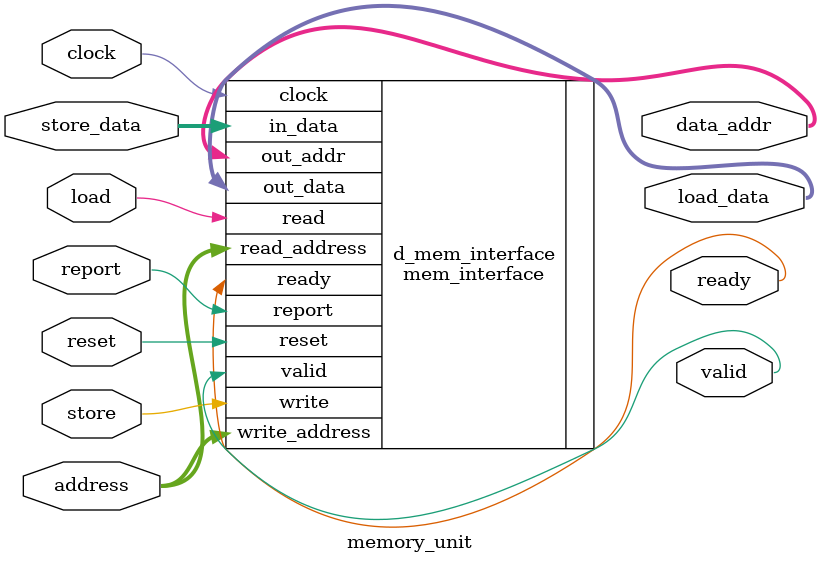
<source format=v>
/** @module : memory
 *  @author : Adaptive & Secure Computing Systems (ASCS) Laboratory
 
 *  Copyright (c) 2018 BRISC-V (ASCS/ECE/BU)
 *  Permission is hereby granted, free of charge, to any person obtaining a copy
 *  of this software and associated documentation files (the "Software"), to deal
 *  in the Software without restriction, including without limitation the rights
 *  to use, copy, modify, merge, publish, distribute, sublicense, and/or sell
 *  copies of the Software, and to permit persons to whom the Software is
 *  furnished to do so, subject to the following conditions:
 *  The above copyright notice and this permission notice shall be included in
 *  all copies or substantial portions of the Software.

 *  THE SOFTWARE IS PROVIDED "AS IS", WITHOUT WARRANTY OF ANY KIND, EXPRESS OR
 *  IMPLIED, INCLUDING BUT NOT LIMITED TO THE WARRANTIES OF MERCHANTABILITY,
 *  FITNESS FOR A PARTICULAR PURPOSE AND NONINFRINGEMENT. IN NO EVENT SHALL THE
 *  AUTHORS OR COPYRIGHT HOLDERS BE LIABLE FOR ANY CLAIM, DAMAGES OR OTHER
 *  LIABILITY, WHETHER IN AN ACTION OF CONTRACT, TORT OR OTHERWISE, ARISING FROM,
 *  OUT OF OR IN CONNECTION WITH THE SOFTWARE OR THE USE OR OTHER DEALINGS IN
 *  THE SOFTWARE.
 */
 
module memory_unit #(parameter CORE = 0, DATA_WIDTH = 32, INDEX_BITS = 6, 
                     OFFSET_BITS = 3, ADDRESS_BITS = 20)(
                         `ifdef USE_POWER_PINS
                          inout VPWR,
                          inout VGND,
                        `endif
        clock, reset, 
        load, store,
        address, 
        store_data,
        data_addr, 
        load_data,
        valid, 
        ready, 
        report
); 

input clock, reset; 
input load, store;
input [ADDRESS_BITS-1:0] address;
input [DATA_WIDTH-1:0]   store_data;
input report;

output [ADDRESS_BITS-1:0] data_addr;
output [DATA_WIDTH-1:0]   load_data;
output valid; 
output ready;  

mem_interface #(CORE, DATA_WIDTH, INDEX_BITS, OFFSET_BITS, ADDRESS_BITS)  
                    d_mem_interface (
                     .clock(clock), 
                     .reset(reset),
                     .read(load), 
                     .write(store), 
                     .read_address(address), 
                     .write_address(address), 
                     .in_data(store_data), 
                     .out_addr(data_addr),
                     .out_data(load_data), 
                     .valid(valid), 
                     .ready(ready),
                     .report(report)
);
/*
reg [31: 0] cycles; 
always @ (posedge clock) begin 
    cycles <= reset? 0 : cycles + 1; 
    if (report)begin
        $display ("------ Core %d Memory Unit - Current Cycle %d -------", CORE, cycles); 
        $display ("| Address     [%h]", address);
        $display ("| Load        [%b]", load); 
        $display ("| Data Address[%h]", data_addr);
        $display ("| Load Data   [%h]", load_data);
        $display ("| Store       [%b]", store); 
        $display ("| Store Data  [%h]", store_data);
        $display ("| Ready       [%b]", ready);
        $display ("| Valid       [%b]", valid);
        $display ("----------------------------------------------------------------------");
    end
end
*/
endmodule

</source>
